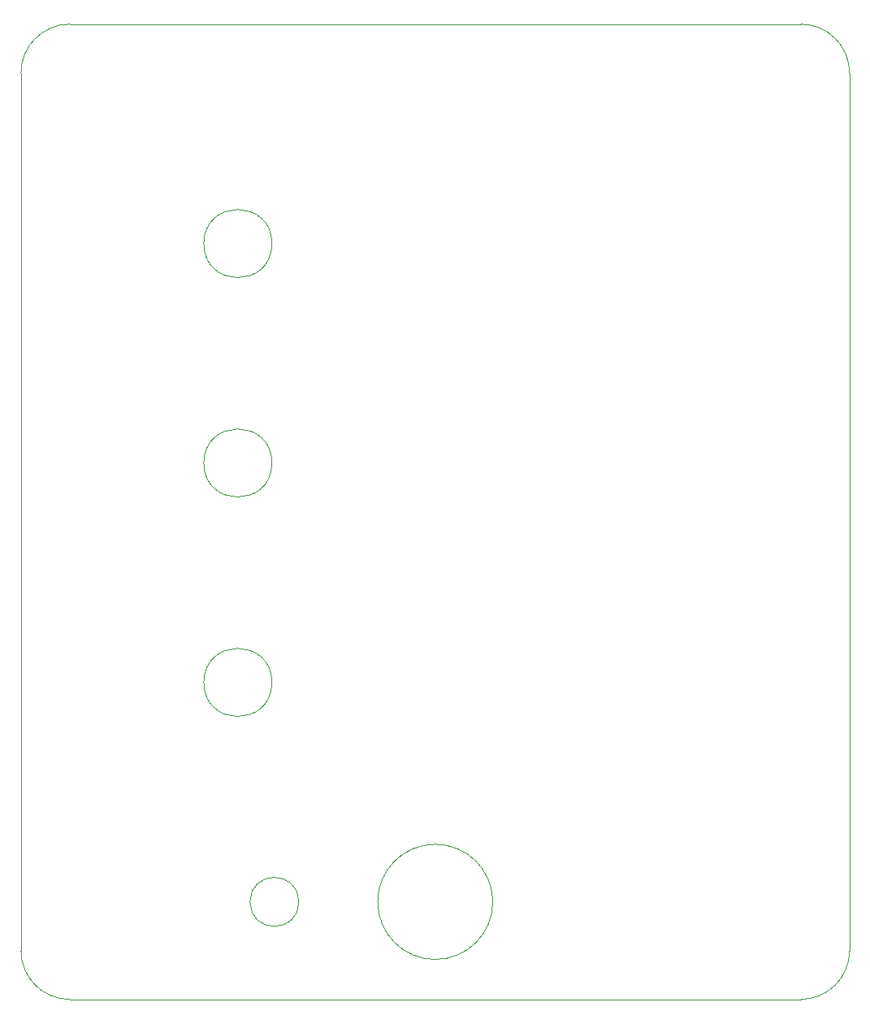
<source format=gm1>
G04 #@! TF.GenerationSoftware,KiCad,Pcbnew,6.0.5+dfsg-1~bpo11+1*
G04 #@! TF.CreationDate,2022-10-16T01:22:10+00:00*
G04 #@! TF.ProjectId,phasor_II_front_panel,70686173-6f72-45f4-9949-5f66726f6e74,0*
G04 #@! TF.SameCoordinates,Original*
G04 #@! TF.FileFunction,Profile,NP*
%FSLAX46Y46*%
G04 Gerber Fmt 4.6, Leading zero omitted, Abs format (unit mm)*
G04 Created by KiCad (PCBNEW 6.0.5+dfsg-1~bpo11+1) date 2022-10-16 01:22:10*
%MOMM*%
%LPD*%
G01*
G04 APERTURE LIST*
G04 #@! TA.AperFunction,Profile*
%ADD10C,0.050000*%
G04 #@! TD*
G04 APERTURE END LIST*
D10*
X133090000Y-121920000D02*
G75*
G03*
X133090000Y-121920000I-3550000J0D01*
G01*
X188214000Y-154940000D02*
G75*
G03*
X193294000Y-149860000I0J5080000D01*
G01*
X106934000Y-149860000D02*
G75*
G03*
X112014000Y-154940000I5080000J0D01*
G01*
X112014000Y-53340000D02*
G75*
G03*
X106934000Y-58420000I0J-5080000D01*
G01*
X193294000Y-149860000D02*
X193294000Y-58420000D01*
X106934000Y-58420000D02*
X106934000Y-149860000D01*
X188214000Y-53340000D02*
X112014000Y-53340000D01*
X156114000Y-144780000D02*
G75*
G03*
X156114000Y-144780000I-6000000J0D01*
G01*
X133090000Y-76200000D02*
G75*
G03*
X133090000Y-76200000I-3550000J0D01*
G01*
X135900000Y-144780000D02*
G75*
G03*
X135900000Y-144780000I-2550000J0D01*
G01*
X193294000Y-58420000D02*
G75*
G03*
X188214000Y-53340000I-5080000J0D01*
G01*
X112014000Y-154940000D02*
X188214000Y-154940000D01*
X133090000Y-99060000D02*
G75*
G03*
X133090000Y-99060000I-3550000J0D01*
G01*
M02*

</source>
